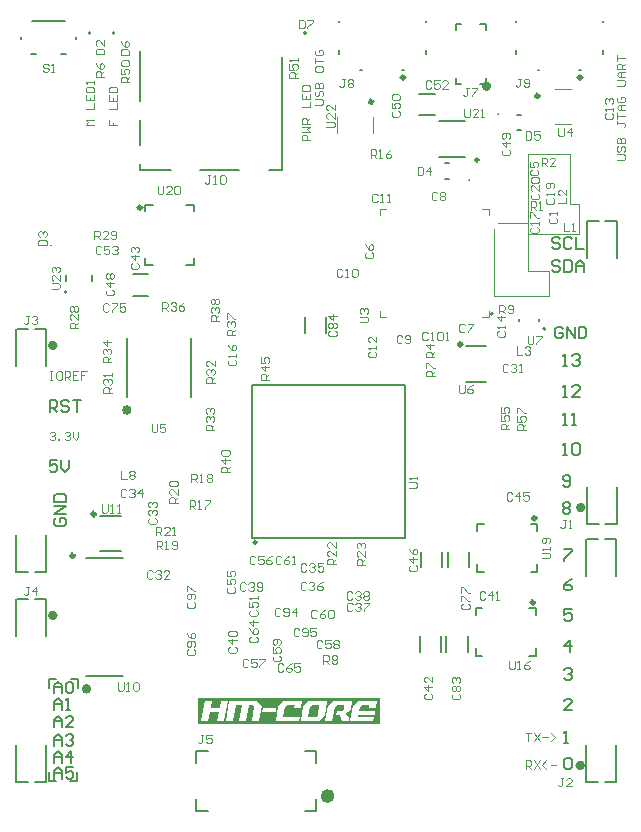
<source format=gto>
G04 Layer_Color=65535*
%FSLAX25Y25*%
%MOIN*%
G70*
G01*
G75*
%ADD10C,0.00591*%
%ADD55C,0.00394*%
%ADD56C,0.00787*%
%ADD57C,0.01181*%
%ADD61C,0.01575*%
%ADD63C,0.00472*%
%ADD69C,0.02362*%
%ADD75C,0.00984*%
G36*
X126156Y33685D02*
X65591D01*
Y42373D01*
X126156D01*
Y33685D01*
D02*
G37*
%LPC*%
G36*
X116880Y41373D02*
X110782D01*
X108817Y39704D01*
X107962Y34685D01*
X110334D01*
X111189Y39592D01*
X111759Y40070D01*
X114294D01*
X114019Y38625D01*
X113449Y38136D01*
X111780D01*
X111576Y36833D01*
X112686D01*
X113378Y34685D01*
X115719D01*
X115923Y35978D01*
X115353D01*
X115007Y37057D01*
X114498D01*
X116391Y38513D01*
X116880Y41373D01*
D02*
G37*
G36*
X85332D02*
X76017D01*
X74867Y34685D01*
X77239D01*
X78186Y40070D01*
X80120D01*
X79173Y34685D01*
X81545D01*
X82492Y40070D01*
X83958D01*
X84334Y39612D01*
X83489Y34685D01*
X85861D01*
X86727Y39673D01*
X85332Y41373D01*
D02*
G37*
G36*
X108603D02*
X102506D01*
X100541Y39704D01*
X99686Y34685D01*
X105773D01*
X107738Y36355D01*
X108603Y41373D01*
D02*
G37*
G36*
X125156D02*
X119058D01*
X117094Y39704D01*
X116238Y34685D01*
X123996D01*
X124199Y35978D01*
X118814D01*
X118987Y36833D01*
X124372D01*
X124586Y38136D01*
X119201D01*
X119465Y39592D01*
X120036Y40070D01*
X122570D01*
X122377Y38991D01*
X124749D01*
X125156Y41373D01*
D02*
G37*
G36*
X75508D02*
X73136D01*
X72750Y39215D01*
X69736D01*
X70113Y41373D01*
X67741D01*
X66590Y34685D01*
X68963D01*
X69533Y37912D01*
X72546D01*
X71976Y34685D01*
X74348D01*
X75508Y41373D01*
D02*
G37*
G36*
X91674Y39215D02*
X87144D01*
X86940Y37912D01*
X91470D01*
X91674Y39215D01*
D02*
G37*
G36*
X100327Y41373D02*
X94229D01*
X92264Y39704D01*
X91409Y34685D01*
X99167D01*
X99370Y35978D01*
X93985D01*
X94636Y39592D01*
X95206Y40070D01*
X97741D01*
X97548Y38991D01*
X99920D01*
X100327Y41373D01*
D02*
G37*
%LPD*%
G36*
X105366Y36467D02*
X104796Y35978D01*
X102261D01*
X102913Y39592D01*
X103483Y40070D01*
X106018D01*
X105366Y36467D01*
D02*
G37*
D10*
X25276Y14724D02*
Y17874D01*
X22992Y14724D02*
X25276D01*
X25630Y45709D02*
Y48858D01*
X23346D02*
X25630D01*
X15905Y45669D02*
Y48819D01*
X18189D01*
X15827Y14724D02*
X18110D01*
X15827D02*
Y17874D01*
X187112Y165603D02*
X186456Y166259D01*
X185144D01*
X184488Y165603D01*
Y162979D01*
X185144Y162323D01*
X186456D01*
X187112Y162979D01*
Y164291D01*
X185800D01*
X188424Y162323D02*
Y166259D01*
X191048Y162323D01*
Y166259D01*
X192360D02*
Y162323D01*
X194327D01*
X194983Y162979D01*
Y165603D01*
X194327Y166259D01*
X192360D01*
X187047Y123504D02*
X188359D01*
X187703D01*
Y127440D01*
X187047Y126784D01*
X190327D02*
X190983Y127440D01*
X192295D01*
X192951Y126784D01*
Y124160D01*
X192295Y123504D01*
X190983D01*
X190327Y124160D01*
Y126784D01*
X187047Y133622D02*
X188359D01*
X187703D01*
Y137558D01*
X187047Y136902D01*
X190327Y133622D02*
X191639D01*
X190983D01*
Y137558D01*
X190327Y136902D01*
X187047Y142874D02*
X188359D01*
X187703D01*
Y146810D01*
X187047Y146154D01*
X192951Y142874D02*
X190327D01*
X192951Y145498D01*
Y146154D01*
X192295Y146810D01*
X190983D01*
X190327Y146154D01*
X187047Y153268D02*
X188359D01*
X187703D01*
Y157203D01*
X187047Y156547D01*
X190327D02*
X190983Y157203D01*
X192295D01*
X192951Y156547D01*
Y155892D01*
X192295Y155236D01*
X191639D01*
X192295D01*
X192951Y154580D01*
Y153924D01*
X192295Y153268D01*
X190983D01*
X190327Y153924D01*
X187047Y113373D02*
X187703Y112717D01*
X189015D01*
X189671Y113373D01*
Y115996D01*
X189015Y116652D01*
X187703D01*
X187047Y115996D01*
Y115340D01*
X187703Y114684D01*
X189671D01*
X187047Y107099D02*
X187703Y107755D01*
X189015D01*
X189671Y107099D01*
Y106443D01*
X189015Y105787D01*
X189671Y105131D01*
Y104475D01*
X189015Y103819D01*
X187703D01*
X187047Y104475D01*
Y105131D01*
X187703Y105787D01*
X187047Y106443D01*
Y107099D01*
X187703Y105787D02*
X189015D01*
X186285Y187729D02*
X185629Y188385D01*
X184317D01*
X183661Y187729D01*
Y187073D01*
X184317Y186417D01*
X185629D01*
X186285Y185761D01*
Y185105D01*
X185629Y184449D01*
X184317D01*
X183661Y185105D01*
X187597Y188385D02*
Y184449D01*
X189565D01*
X190221Y185105D01*
Y187729D01*
X189565Y188385D01*
X187597D01*
X191533Y184449D02*
Y187073D01*
X192845Y188385D01*
X194157Y187073D01*
Y184449D01*
Y186417D01*
X191533D01*
X187520Y92007D02*
X190144D01*
Y91351D01*
X187520Y88727D01*
Y88071D01*
Y21941D02*
X188176Y22597D01*
X189488D01*
X190144Y21941D01*
Y19317D01*
X189488Y18661D01*
X188176D01*
X187520Y19317D01*
Y21941D01*
Y27559D02*
X188832D01*
X188176D01*
Y31495D01*
X187520Y30839D01*
X190144Y82243D02*
X188832Y81587D01*
X187520Y80275D01*
Y78963D01*
X188176Y78307D01*
X189488D01*
X190144Y78963D01*
Y79619D01*
X189488Y80275D01*
X187520D01*
X190144Y72046D02*
X187520D01*
Y70078D01*
X188832Y70734D01*
X189488D01*
X190144Y70078D01*
Y68766D01*
X189488Y68110D01*
X188176D01*
X187520Y68766D01*
X189488Y57717D02*
Y61652D01*
X187520Y59684D01*
X190144D01*
X187520Y51744D02*
X188176Y52400D01*
X189488D01*
X190144Y51744D01*
Y51088D01*
X189488Y50432D01*
X188832D01*
X189488D01*
X190144Y49777D01*
Y49121D01*
X189488Y48465D01*
X188176D01*
X187520Y49121D01*
X190144Y38346D02*
X187520D01*
X190144Y40970D01*
Y41626D01*
X189488Y42282D01*
X188176D01*
X187520Y41626D01*
X16024Y137953D02*
Y141888D01*
X17991D01*
X18647Y141233D01*
Y139921D01*
X17991Y139265D01*
X16024D01*
X17335D02*
X18647Y137953D01*
X22583Y141233D02*
X21927Y141888D01*
X20615D01*
X19959Y141233D01*
Y140577D01*
X20615Y139921D01*
X21927D01*
X22583Y139265D01*
Y138609D01*
X21927Y137953D01*
X20615D01*
X19959Y138609D01*
X23895Y141888D02*
X26519D01*
X25207D01*
Y137953D01*
X18647Y121731D02*
X16024D01*
Y119763D01*
X17335Y120419D01*
X17991D01*
X18647Y119763D01*
Y118451D01*
X17991Y117795D01*
X16680D01*
X16024Y118451D01*
X19959Y121731D02*
Y119107D01*
X21271Y117795D01*
X22583Y119107D01*
Y121731D01*
X18098Y102506D02*
X17442Y101850D01*
Y100538D01*
X18098Y99882D01*
X20722D01*
X21378Y100538D01*
Y101850D01*
X20722Y102506D01*
X19410D01*
Y101194D01*
X21378Y103818D02*
X17442D01*
X21378Y106441D01*
X17442D01*
Y107753D02*
X21378D01*
Y109721D01*
X20722Y110377D01*
X18098D01*
X17442Y109721D01*
Y107753D01*
X17441Y44016D02*
Y46640D01*
X18753Y47951D01*
X20065Y46640D01*
Y44016D01*
Y45984D01*
X17441D01*
X21377Y47295D02*
X22033Y47951D01*
X23345D01*
X24001Y47295D01*
Y44672D01*
X23345Y44016D01*
X22033D01*
X21377Y44672D01*
Y47295D01*
X17441Y38465D02*
Y41088D01*
X18753Y42400D01*
X20065Y41088D01*
Y38465D01*
Y40432D01*
X17441D01*
X21377Y38465D02*
X22689D01*
X22033D01*
Y42400D01*
X21377Y41744D01*
X17441Y32677D02*
Y35301D01*
X18753Y36613D01*
X20065Y35301D01*
Y32677D01*
Y34645D01*
X17441D01*
X24001Y32677D02*
X21377D01*
X24001Y35301D01*
Y35957D01*
X23345Y36613D01*
X22033D01*
X21377Y35957D01*
X17441Y26535D02*
Y29159D01*
X18753Y30471D01*
X20065Y29159D01*
Y26535D01*
Y28503D01*
X17441D01*
X21377Y29815D02*
X22033Y30471D01*
X23345D01*
X24001Y29815D01*
Y29159D01*
X23345Y28503D01*
X22689D01*
X23345D01*
X24001Y27847D01*
Y27191D01*
X23345Y26535D01*
X22033D01*
X21377Y27191D01*
X17441Y20748D02*
Y23372D01*
X18753Y24684D01*
X20065Y23372D01*
Y20748D01*
Y22716D01*
X17441D01*
X23345Y20748D02*
Y24684D01*
X21377Y22716D01*
X24001D01*
X17441Y15512D02*
Y18136D01*
X18753Y19448D01*
X20065Y18136D01*
Y15512D01*
Y17480D01*
X17441D01*
X24001Y19448D02*
X21377D01*
Y17480D01*
X22689Y18136D01*
X23345D01*
X24001Y17480D01*
Y16168D01*
X23345Y15512D01*
X22033D01*
X21377Y16168D01*
X186285Y195484D02*
X185629Y196141D01*
X184317D01*
X183661Y195484D01*
Y194828D01*
X184317Y194173D01*
X185629D01*
X186285Y193517D01*
Y192861D01*
X185629Y192205D01*
X184317D01*
X183661Y192861D01*
X190221Y195484D02*
X189565Y196141D01*
X188253D01*
X187597Y195484D01*
Y192861D01*
X188253Y192205D01*
X189565D01*
X190221Y192861D01*
X191533Y196141D02*
Y192205D01*
X194157D01*
D55*
X175512Y197008D02*
X192362D01*
Y207126D01*
X189449D02*
X192362D01*
X189449D02*
Y223780D01*
X175512D02*
X189449D01*
X175512Y197008D02*
Y223780D01*
X164055Y176457D02*
Y198858D01*
X164094Y176417D02*
X164528D01*
X164055Y176457D02*
X164094Y176417D01*
X165472Y200827D02*
X175512D01*
Y184921D02*
Y200827D01*
Y184921D02*
X182402D01*
Y176417D02*
Y184921D01*
X164528Y176417D02*
X182402D01*
X67348Y30117D02*
X66430D01*
X66889D01*
Y27821D01*
X66430Y27362D01*
X65971D01*
X65512Y27821D01*
X70104Y30117D02*
X68267D01*
Y28740D01*
X69185Y29199D01*
X69644D01*
X70104Y28740D01*
Y27821D01*
X69644Y27362D01*
X68726D01*
X68267Y27821D01*
X89213Y148622D02*
X86458D01*
Y150000D01*
X86917Y150459D01*
X87835D01*
X88294Y150000D01*
Y148622D01*
Y149540D02*
X89213Y150459D01*
Y152755D02*
X86458D01*
X87835Y151377D01*
Y153214D01*
X86458Y155969D02*
Y154132D01*
X87835D01*
X87376Y155050D01*
Y155510D01*
X87835Y155969D01*
X88753D01*
X89213Y155510D01*
Y154591D01*
X88753Y154132D01*
X142112Y164067D02*
X141653Y164527D01*
X140735D01*
X140276Y164067D01*
Y162231D01*
X140735Y161772D01*
X141653D01*
X142112Y162231D01*
X143031Y161772D02*
X143949D01*
X143490D01*
Y164527D01*
X143031Y164067D01*
X145326D02*
X145786Y164527D01*
X146704D01*
X147163Y164067D01*
Y162231D01*
X146704Y161772D01*
X145786D01*
X145326Y162231D01*
Y164067D01*
X148082Y161772D02*
X149000D01*
X148541D01*
Y164527D01*
X148082Y164067D01*
X174737Y131866D02*
X171982D01*
Y133243D01*
X172441Y133702D01*
X173360D01*
X173819Y133243D01*
Y131866D01*
Y132784D02*
X174737Y133702D01*
X171982Y136457D02*
Y134621D01*
X173360D01*
X172900Y135539D01*
Y135998D01*
X173360Y136457D01*
X174278D01*
X174737Y135998D01*
Y135080D01*
X174278Y134621D01*
X171982Y137376D02*
Y139212D01*
X172441D01*
X174278Y137376D01*
X174737D01*
X169213Y132047D02*
X166458D01*
Y133425D01*
X166917Y133884D01*
X167835D01*
X168294Y133425D01*
Y132047D01*
Y132966D02*
X169213Y133884D01*
X166458Y136639D02*
Y134802D01*
X167835D01*
X167376Y135721D01*
Y136180D01*
X167835Y136639D01*
X168753D01*
X169213Y136180D01*
Y135261D01*
X168753Y134802D01*
X166458Y139394D02*
Y137557D01*
X167835D01*
X167376Y138476D01*
Y138935D01*
X167835Y139394D01*
X168753D01*
X169213Y138935D01*
Y138016D01*
X168753Y137557D01*
X98740Y249213D02*
X95985D01*
Y250590D01*
X96444Y251049D01*
X97363D01*
X97822Y250590D01*
Y249213D01*
Y250131D02*
X98740Y251049D01*
X95985Y253804D02*
Y251968D01*
X97363D01*
X96904Y252886D01*
Y253345D01*
X97363Y253804D01*
X98281D01*
X98740Y253345D01*
Y252427D01*
X98281Y251968D01*
X98740Y254723D02*
Y255641D01*
Y255182D01*
X95985D01*
X96444Y254723D01*
X42677Y247638D02*
X39922D01*
Y249015D01*
X40381Y249475D01*
X41300D01*
X41759Y249015D01*
Y247638D01*
Y248556D02*
X42677Y249475D01*
X39922Y252229D02*
Y250393D01*
X41300D01*
X40841Y251311D01*
Y251770D01*
X41300Y252229D01*
X42218D01*
X42677Y251770D01*
Y250852D01*
X42218Y250393D01*
X40381Y253148D02*
X39922Y253607D01*
Y254525D01*
X40381Y254984D01*
X42218D01*
X42677Y254525D01*
Y253607D01*
X42218Y253148D01*
X40381D01*
X99213Y268424D02*
Y265669D01*
X100590D01*
X101049Y266128D01*
Y267965D01*
X100590Y268424D01*
X99213D01*
X101968D02*
X103804D01*
Y267965D01*
X101968Y266128D01*
Y265669D01*
X39686Y256811D02*
X42441D01*
Y258189D01*
X41982Y258648D01*
X40145D01*
X39686Y258189D01*
Y256811D01*
Y261403D02*
X40145Y260484D01*
X41063Y259566D01*
X41982D01*
X42441Y260025D01*
Y260944D01*
X41982Y261403D01*
X41523D01*
X41063Y260944D01*
Y259566D01*
X138740Y219448D02*
Y216693D01*
X140118D01*
X140577Y217152D01*
Y218989D01*
X140118Y219448D01*
X138740D01*
X142873Y216693D02*
Y219448D01*
X141495Y218070D01*
X143332D01*
X62310Y74435D02*
X61851Y73976D01*
Y73058D01*
X62310Y72598D01*
X64147D01*
X64606Y73058D01*
Y73976D01*
X64147Y74435D01*
Y75353D02*
X64606Y75813D01*
Y76731D01*
X64147Y77190D01*
X62310D01*
X61851Y76731D01*
Y75813D01*
X62310Y75353D01*
X62770D01*
X63229Y75813D01*
Y77190D01*
X61851Y78109D02*
Y79945D01*
X62310D01*
X64147Y78109D01*
X64606D01*
X62300Y58648D02*
X61840Y58188D01*
Y57270D01*
X62300Y56811D01*
X64136D01*
X64595Y57270D01*
Y58188D01*
X64136Y58648D01*
Y59566D02*
X64595Y60025D01*
Y60944D01*
X64136Y61403D01*
X62300D01*
X61840Y60944D01*
Y60025D01*
X62300Y59566D01*
X62759D01*
X63218Y60025D01*
Y61403D01*
X61840Y64158D02*
X62300Y63239D01*
X63218Y62321D01*
X64136D01*
X64595Y62780D01*
Y63699D01*
X64136Y64158D01*
X63677D01*
X63218Y63699D01*
Y62321D01*
X99278Y65288D02*
X98818Y65747D01*
X97900D01*
X97441Y65288D01*
Y63451D01*
X97900Y62992D01*
X98818D01*
X99278Y63451D01*
X100196D02*
X100655Y62992D01*
X101574D01*
X102033Y63451D01*
Y65288D01*
X101574Y65747D01*
X100655D01*
X100196Y65288D01*
Y64829D01*
X100655Y64370D01*
X102033D01*
X104788Y65747D02*
X102951D01*
Y64370D01*
X103869Y64829D01*
X104329D01*
X104788Y64370D01*
Y63451D01*
X104329Y62992D01*
X103410D01*
X102951Y63451D01*
X93018Y72060D02*
X92559Y72519D01*
X91640D01*
X91181Y72060D01*
Y70223D01*
X91640Y69764D01*
X92559D01*
X93018Y70223D01*
X93936D02*
X94395Y69764D01*
X95314D01*
X95773Y70223D01*
Y72060D01*
X95314Y72519D01*
X94395D01*
X93936Y72060D01*
Y71601D01*
X94395Y71141D01*
X95773D01*
X98069Y69764D02*
Y72519D01*
X96691Y71141D01*
X98528D01*
X173215Y248936D02*
X172296D01*
X172756D01*
Y246640D01*
X172296Y246181D01*
X171837D01*
X171378Y246640D01*
X174133D02*
X174592Y246181D01*
X175511D01*
X175970Y246640D01*
Y248477D01*
X175511Y248936D01*
X174592D01*
X174133Y248477D01*
Y248018D01*
X174592Y247559D01*
X175970D01*
X121181Y86850D02*
X118426D01*
Y88228D01*
X118885Y88687D01*
X119804D01*
X120263Y88228D01*
Y86850D01*
Y87769D02*
X121181Y88687D01*
Y91442D02*
Y89605D01*
X119344Y91442D01*
X118885D01*
X118426Y90983D01*
Y90065D01*
X118885Y89605D01*
Y92360D02*
X118426Y92820D01*
Y93738D01*
X118885Y94197D01*
X119344D01*
X119804Y93738D01*
Y93279D01*
Y93738D01*
X120263Y94197D01*
X120722D01*
X121181Y93738D01*
Y92820D01*
X120722Y92360D01*
X111417Y87008D02*
X108662D01*
Y88385D01*
X109122Y88845D01*
X110040D01*
X110499Y88385D01*
Y87008D01*
Y87926D02*
X111417Y88845D01*
Y91600D02*
Y89763D01*
X109581Y91600D01*
X109122D01*
X108662Y91140D01*
Y90222D01*
X109122Y89763D01*
X111417Y94355D02*
Y92518D01*
X109581Y94355D01*
X109122D01*
X108662Y93895D01*
Y92977D01*
X109122Y92518D01*
X15695Y253477D02*
X15236Y253936D01*
X14317D01*
X13858Y253477D01*
Y253018D01*
X14317Y252559D01*
X15236D01*
X15695Y252099D01*
Y251640D01*
X15236Y251181D01*
X14317D01*
X13858Y251640D01*
X16613Y251181D02*
X17532D01*
X17073D01*
Y253936D01*
X16613Y253477D01*
X16694Y178858D02*
X18990D01*
X19449Y179317D01*
Y180236D01*
X18990Y180695D01*
X16694D01*
X19449Y183450D02*
Y181613D01*
X17612Y183450D01*
X17153D01*
X16694Y182991D01*
Y182072D01*
X17153Y181613D01*
Y184368D02*
X16694Y184827D01*
Y185746D01*
X17153Y186205D01*
X17612D01*
X18071Y185746D01*
Y185287D01*
Y185746D01*
X18530Y186205D01*
X18990D01*
X19449Y185746D01*
Y184827D01*
X18990Y184368D01*
X108269Y232795D02*
X110564D01*
X111024Y233254D01*
Y234173D01*
X110564Y234632D01*
X108269D01*
X111024Y237387D02*
Y235550D01*
X109187Y237387D01*
X108728D01*
X108269Y236928D01*
Y236010D01*
X108728Y235550D01*
X111024Y240142D02*
Y238305D01*
X109187Y240142D01*
X108728D01*
X108269Y239683D01*
Y238765D01*
X108728Y238305D01*
X154331Y238897D02*
Y236601D01*
X154790Y236142D01*
X155708D01*
X156167Y236601D01*
Y238897D01*
X158922Y236142D02*
X157086D01*
X158922Y237978D01*
Y238438D01*
X158463Y238897D01*
X157545D01*
X157086Y238438D01*
X159841Y236142D02*
X160759D01*
X160300D01*
Y238897D01*
X159841Y238438D01*
X52165Y213188D02*
Y210892D01*
X52624Y210433D01*
X53543D01*
X54002Y210892D01*
Y213188D01*
X56757Y210433D02*
X54920D01*
X56757Y212270D01*
Y212729D01*
X56298Y213188D01*
X55379D01*
X54920Y212729D01*
X57675D02*
X58135Y213188D01*
X59053D01*
X59512Y212729D01*
Y210892D01*
X59053Y210433D01*
X58135D01*
X57675Y210892D01*
Y212729D01*
X180080Y89016D02*
X182376D01*
X182835Y89475D01*
Y90393D01*
X182376Y90852D01*
X180080D01*
X182835Y91771D02*
Y92689D01*
Y92230D01*
X180080D01*
X180539Y91771D01*
X182376Y94067D02*
X182835Y94526D01*
Y95444D01*
X182376Y95903D01*
X180539D01*
X180080Y95444D01*
Y94526D01*
X180539Y94067D01*
X180998D01*
X181457Y94526D01*
Y95903D01*
X169252Y54763D02*
Y52467D01*
X169711Y52008D01*
X170630D01*
X171089Y52467D01*
Y54763D01*
X172007Y52008D02*
X172925D01*
X172466D01*
Y54763D01*
X172007Y54304D01*
X176139Y54763D02*
X175221Y54304D01*
X174303Y53385D01*
Y52467D01*
X174762Y52008D01*
X175680D01*
X176139Y52467D01*
Y52926D01*
X175680Y53385D01*
X174303D01*
X30984Y195433D02*
Y198188D01*
X32362D01*
X32821Y197729D01*
Y196811D01*
X32362Y196351D01*
X30984D01*
X31903D02*
X32821Y195433D01*
X35576D02*
X33739D01*
X35576Y197270D01*
Y197729D01*
X35117Y198188D01*
X34198D01*
X33739Y197729D01*
X36494Y195892D02*
X36953Y195433D01*
X37872D01*
X38331Y195892D01*
Y197729D01*
X37872Y198188D01*
X36953D01*
X36494Y197729D01*
Y197270D01*
X36953Y196811D01*
X38331D01*
X25512Y165787D02*
X22757D01*
Y167165D01*
X23216Y167624D01*
X24134D01*
X24593Y167165D01*
Y165787D01*
Y166706D02*
X25512Y167624D01*
Y170379D02*
Y168542D01*
X23675Y170379D01*
X23216D01*
X22757Y169920D01*
Y169002D01*
X23216Y168542D01*
Y171297D02*
X22757Y171757D01*
Y172675D01*
X23216Y173134D01*
X23675D01*
X24134Y172675D01*
X24593Y173134D01*
X25053D01*
X25512Y172675D01*
Y171757D01*
X25053Y171297D01*
X24593D01*
X24134Y171757D01*
X23675Y171297D01*
X23216D01*
X24134Y171757D02*
Y172675D01*
X155774Y245865D02*
X154855D01*
X155315D01*
Y243569D01*
X154855Y243110D01*
X154396D01*
X153937Y243569D01*
X156692Y245865D02*
X158529D01*
Y245406D01*
X156692Y243569D01*
Y243110D01*
X12324Y193465D02*
X15079D01*
Y194842D01*
X14620Y195301D01*
X12783D01*
X12324Y194842D01*
Y193465D01*
X12783Y196220D02*
X12324Y196679D01*
Y197597D01*
X12783Y198056D01*
X13242D01*
X13701Y197597D01*
Y197138D01*
Y197597D01*
X14160Y198056D01*
X14620D01*
X15079Y197597D01*
Y196679D01*
X14620Y196220D01*
X33215Y192650D02*
X32756Y193109D01*
X31837D01*
X31378Y192650D01*
Y190814D01*
X31837Y190354D01*
X32756D01*
X33215Y190814D01*
X35970Y193109D02*
X34133D01*
Y191732D01*
X35051Y192191D01*
X35511D01*
X35970Y191732D01*
Y190814D01*
X35511Y190354D01*
X34592D01*
X34133Y190814D01*
X36888Y192650D02*
X37347Y193109D01*
X38265D01*
X38725Y192650D01*
Y192191D01*
X38265Y191732D01*
X37806D01*
X38265D01*
X38725Y191273D01*
Y190814D01*
X38265Y190354D01*
X37347D01*
X36888Y190814D01*
X143293Y247886D02*
X142834Y248346D01*
X141916D01*
X141457Y247886D01*
Y246050D01*
X141916Y245590D01*
X142834D01*
X143293Y246050D01*
X146048Y248346D02*
X144212D01*
Y246968D01*
X145130Y247427D01*
X145589D01*
X146048Y246968D01*
Y246050D01*
X145589Y245590D01*
X144671D01*
X144212Y246050D01*
X148803Y245590D02*
X146967D01*
X148803Y247427D01*
Y247886D01*
X148344Y248346D01*
X147426D01*
X146967Y247886D01*
X130499Y238136D02*
X130040Y237677D01*
Y236758D01*
X130499Y236299D01*
X132336D01*
X132795Y236758D01*
Y237677D01*
X132336Y238136D01*
X130040Y240891D02*
Y239054D01*
X131418D01*
X130959Y239973D01*
Y240432D01*
X131418Y240891D01*
X132336D01*
X132795Y240432D01*
Y239513D01*
X132336Y239054D01*
X130499Y241809D02*
X130040Y242268D01*
Y243187D01*
X130499Y243646D01*
X132336D01*
X132795Y243187D01*
Y242268D01*
X132336Y241809D01*
X130499D01*
X167192Y225183D02*
X166733Y224724D01*
Y223806D01*
X167192Y223346D01*
X169029D01*
X169488Y223806D01*
Y224724D01*
X169029Y225183D01*
X169488Y227479D02*
X166733D01*
X168111Y226101D01*
Y227938D01*
X169029Y228856D02*
X169488Y229316D01*
Y230234D01*
X169029Y230693D01*
X167192D01*
X166733Y230234D01*
Y229316D01*
X167192Y228856D01*
X167651D01*
X168111Y229316D01*
Y230693D01*
X35145Y178530D02*
X34686Y178070D01*
Y177152D01*
X35145Y176693D01*
X36982D01*
X37441Y177152D01*
Y178070D01*
X36982Y178530D01*
X37441Y180825D02*
X34686D01*
X36063Y179448D01*
Y181285D01*
X35145Y182203D02*
X34686Y182662D01*
Y183581D01*
X35145Y184040D01*
X35604D01*
X36063Y183581D01*
X36523Y184040D01*
X36982D01*
X37441Y183581D01*
Y182662D01*
X36982Y182203D01*
X36523D01*
X36063Y182662D01*
X35604Y182203D01*
X35145D01*
X36063Y182662D02*
Y183581D01*
X136366Y86640D02*
X135906Y86181D01*
Y85262D01*
X136366Y84803D01*
X138202D01*
X138661Y85262D01*
Y86181D01*
X138202Y86640D01*
X138661Y88936D02*
X135906D01*
X137284Y87558D01*
Y89395D01*
X135906Y92150D02*
X136366Y91232D01*
X137284Y90313D01*
X138202D01*
X138661Y90772D01*
Y91691D01*
X138202Y92150D01*
X137743D01*
X137284Y91691D01*
Y90313D01*
X170222Y110564D02*
X169763Y111023D01*
X168845D01*
X168386Y110564D01*
Y108727D01*
X168845Y108268D01*
X169763D01*
X170222Y108727D01*
X172518Y108268D02*
Y111023D01*
X171141Y109645D01*
X172977D01*
X175733Y111023D02*
X173896D01*
Y109645D01*
X174814Y110104D01*
X175273D01*
X175733Y109645D01*
Y108727D01*
X175273Y108268D01*
X174355D01*
X173896Y108727D01*
X43492Y187427D02*
X43032Y186968D01*
Y186050D01*
X43492Y185591D01*
X45328D01*
X45787Y186050D01*
Y186968D01*
X45328Y187427D01*
X45787Y189723D02*
X43032D01*
X44410Y188346D01*
Y190182D01*
X43492Y191101D02*
X43032Y191560D01*
Y192478D01*
X43492Y192937D01*
X43951D01*
X44410Y192478D01*
Y192019D01*
Y192478D01*
X44869Y192937D01*
X45328D01*
X45787Y192478D01*
Y191560D01*
X45328Y191101D01*
X141366Y43963D02*
X140906Y43503D01*
Y42585D01*
X141366Y42126D01*
X143202D01*
X143661Y42585D01*
Y43503D01*
X143202Y43963D01*
X143661Y46259D02*
X140906D01*
X142284Y44881D01*
Y46718D01*
X143661Y49473D02*
Y47636D01*
X141825Y49473D01*
X141366D01*
X140906Y49014D01*
Y48095D01*
X141366Y47636D01*
X161207Y77571D02*
X160748Y78031D01*
X159829D01*
X159370Y77571D01*
Y75735D01*
X159829Y75276D01*
X160748D01*
X161207Y75735D01*
X163503Y75276D02*
Y78031D01*
X162125Y76653D01*
X163962D01*
X164880Y75276D02*
X165798D01*
X165339D01*
Y78031D01*
X164880Y77571D01*
X33543Y107046D02*
Y104751D01*
X34003Y104291D01*
X34921D01*
X35380Y104751D01*
Y107046D01*
X36298Y104291D02*
X37217D01*
X36757D01*
Y107046D01*
X36298Y106587D01*
X38594Y104291D02*
X39513D01*
X39053D01*
Y107046D01*
X38594Y106587D01*
X38858Y47716D02*
Y45420D01*
X39317Y44961D01*
X40236D01*
X40695Y45420D01*
Y47716D01*
X41613Y44961D02*
X42532D01*
X42072D01*
Y47716D01*
X41613Y47256D01*
X43909D02*
X44368Y47716D01*
X45287D01*
X45746Y47256D01*
Y45420D01*
X45287Y44961D01*
X44368D01*
X43909Y45420D01*
Y47256D01*
X51496Y96732D02*
Y99487D01*
X52874D01*
X53333Y99028D01*
Y98110D01*
X52874Y97651D01*
X51496D01*
X52414D02*
X53333Y96732D01*
X56088D02*
X54251D01*
X56088Y98569D01*
Y99028D01*
X55629Y99487D01*
X54710D01*
X54251Y99028D01*
X57006Y96732D02*
X57924D01*
X57465D01*
Y99487D01*
X57006Y99028D01*
X58701Y107480D02*
X55946D01*
Y108858D01*
X56405Y109317D01*
X57323D01*
X57782Y108858D01*
Y107480D01*
Y108399D02*
X58701Y109317D01*
Y112072D02*
Y110235D01*
X56864Y112072D01*
X56405D01*
X55946Y111613D01*
Y110695D01*
X56405Y110235D01*
Y112990D02*
X55946Y113450D01*
Y114368D01*
X56405Y114827D01*
X58242D01*
X58701Y114368D01*
Y113450D01*
X58242Y112990D01*
X56405D01*
X51693Y92126D02*
Y94881D01*
X53070D01*
X53530Y94422D01*
Y93503D01*
X53070Y93044D01*
X51693D01*
X52611D02*
X53530Y92126D01*
X54448D02*
X55366D01*
X54907D01*
Y94881D01*
X54448Y94422D01*
X56744Y92585D02*
X57203Y92126D01*
X58121D01*
X58580Y92585D01*
Y94422D01*
X58121Y94881D01*
X57203D01*
X56744Y94422D01*
Y93963D01*
X57203Y93503D01*
X58580D01*
X39882Y118267D02*
Y115512D01*
X41719D01*
X42637Y117808D02*
X43096Y118267D01*
X44014D01*
X44474Y117808D01*
Y117349D01*
X44014Y116889D01*
X44474Y116430D01*
Y115971D01*
X44014Y115512D01*
X43096D01*
X42637Y115971D01*
Y116430D01*
X43096Y116889D01*
X42637Y117349D01*
Y117808D01*
X43096Y116889D02*
X44014D01*
X41640Y111745D02*
X41181Y112204D01*
X40262D01*
X39803Y111745D01*
Y109908D01*
X40262Y109449D01*
X41181D01*
X41640Y109908D01*
X42558Y111745D02*
X43017Y112204D01*
X43936D01*
X44395Y111745D01*
Y111285D01*
X43936Y110826D01*
X43477D01*
X43936D01*
X44395Y110367D01*
Y109908D01*
X43936Y109449D01*
X43017D01*
X42558Y109908D01*
X46691Y109449D02*
Y112204D01*
X45313Y110826D01*
X47150D01*
X49397Y102388D02*
X48938Y101929D01*
Y101010D01*
X49397Y100551D01*
X51234D01*
X51693Y101010D01*
Y101929D01*
X51234Y102388D01*
X49397Y103306D02*
X48938Y103765D01*
Y104684D01*
X49397Y105143D01*
X49856D01*
X50315Y104684D01*
Y104225D01*
Y104684D01*
X50775Y105143D01*
X51234D01*
X51693Y104684D01*
Y103765D01*
X51234Y103306D01*
X49397Y106061D02*
X48938Y106520D01*
Y107439D01*
X49397Y107898D01*
X49856D01*
X50315Y107439D01*
Y106980D01*
Y107439D01*
X50775Y107898D01*
X51234D01*
X51693Y107439D01*
Y106520D01*
X51234Y106061D01*
X50419Y84579D02*
X49960Y85039D01*
X49042D01*
X48583Y84579D01*
Y82743D01*
X49042Y82284D01*
X49960D01*
X50419Y82743D01*
X51338Y84579D02*
X51797Y85039D01*
X52715D01*
X53174Y84579D01*
Y84120D01*
X52715Y83661D01*
X52256D01*
X52715D01*
X53174Y83202D01*
Y82743D01*
X52715Y82284D01*
X51797D01*
X51338Y82743D01*
X55929Y82284D02*
X54093D01*
X55929Y84120D01*
Y84579D01*
X55470Y85039D01*
X54552D01*
X54093Y84579D01*
X168923Y153359D02*
X168464Y153818D01*
X167546D01*
X167087Y153359D01*
Y151522D01*
X167546Y151063D01*
X168464D01*
X168923Y151522D01*
X169842Y153359D02*
X170301Y153818D01*
X171219D01*
X171678Y153359D01*
Y152900D01*
X171219Y152441D01*
X170760D01*
X171219D01*
X171678Y151981D01*
Y151522D01*
X171219Y151063D01*
X170301D01*
X169842Y151522D01*
X172597Y151063D02*
X173515D01*
X173056D01*
Y153818D01*
X172597Y153359D01*
X63307Y114409D02*
Y117165D01*
X64685D01*
X65144Y116705D01*
Y115787D01*
X64685Y115328D01*
X63307D01*
X64225D02*
X65144Y114409D01*
X66062D02*
X66980D01*
X66521D01*
Y117165D01*
X66062Y116705D01*
X68358D02*
X68817Y117165D01*
X69735D01*
X70195Y116705D01*
Y116246D01*
X69735Y115787D01*
X70195Y115328D01*
Y114869D01*
X69735Y114409D01*
X68817D01*
X68358Y114869D01*
Y115328D01*
X68817Y115787D01*
X68358Y116246D01*
Y116705D01*
X68817Y115787D02*
X69735D01*
X62756Y105551D02*
Y108306D01*
X64133D01*
X64593Y107847D01*
Y106929D01*
X64133Y106470D01*
X62756D01*
X63674D02*
X64593Y105551D01*
X65511D02*
X66429D01*
X65970D01*
Y108306D01*
X65511Y107847D01*
X67807Y108306D02*
X69643D01*
Y107847D01*
X67807Y106010D01*
Y105551D01*
X123110Y222559D02*
Y225314D01*
X124488D01*
X124947Y224855D01*
Y223937D01*
X124488Y223477D01*
X123110D01*
X124029D02*
X124947Y222559D01*
X125865D02*
X126784D01*
X126324D01*
Y225314D01*
X125865Y224855D01*
X129998Y225314D02*
X129079Y224855D01*
X128161Y223937D01*
Y223018D01*
X128620Y222559D01*
X129539D01*
X129998Y223018D01*
Y223477D01*
X129539Y223937D01*
X128161D01*
X135906Y112559D02*
X138202D01*
X138661Y113018D01*
Y113937D01*
X138202Y114396D01*
X135906D01*
X138661Y115314D02*
Y116232D01*
Y115773D01*
X135906D01*
X136366Y115314D01*
X69671Y216692D02*
X68753D01*
X69212D01*
Y214396D01*
X68753Y213937D01*
X68294D01*
X67835Y214396D01*
X70590Y213937D02*
X71508D01*
X71049D01*
Y216692D01*
X70590Y216233D01*
X72886D02*
X73345Y216692D01*
X74263D01*
X74722Y216233D01*
Y214396D01*
X74263Y213937D01*
X73345D01*
X72886Y214396D01*
Y216233D01*
X114514Y248739D02*
X113595D01*
X114055D01*
Y246443D01*
X113595Y245984D01*
X113136D01*
X112677Y246443D01*
X115432Y248280D02*
X115891Y248739D01*
X116810D01*
X117269Y248280D01*
Y247821D01*
X116810Y247362D01*
X117269Y246903D01*
Y246443D01*
X116810Y245984D01*
X115891D01*
X115432Y246443D01*
Y246903D01*
X115891Y247362D01*
X115432Y247821D01*
Y248280D01*
X115891Y247362D02*
X116810D01*
X50039Y133779D02*
Y131483D01*
X50498Y131024D01*
X51417D01*
X51876Y131483D01*
Y133779D01*
X54631D02*
X52794D01*
Y132401D01*
X53713Y132860D01*
X54172D01*
X54631Y132401D01*
Y131483D01*
X54172Y131024D01*
X53254D01*
X52794Y131483D01*
X182901Y202624D02*
X182442Y202165D01*
Y201247D01*
X182901Y200787D01*
X184738D01*
X185197Y201247D01*
Y202165D01*
X184738Y202624D01*
X185197Y203542D02*
Y204461D01*
Y204002D01*
X182442D01*
X182901Y203542D01*
X176759Y199356D02*
X176300Y198897D01*
Y197979D01*
X176759Y197520D01*
X178596D01*
X179055Y197979D01*
Y198897D01*
X178596Y199356D01*
X179055Y200275D02*
Y201193D01*
Y200734D01*
X176300D01*
X176759Y200275D01*
X176300Y202571D02*
Y204407D01*
X176759D01*
X178596Y202571D01*
X179055D01*
X181956Y209120D02*
X181497Y208661D01*
Y207743D01*
X181956Y207283D01*
X183793D01*
X184252Y207743D01*
Y208661D01*
X183793Y209120D01*
X184252Y210038D02*
Y210957D01*
Y210498D01*
X181497D01*
X181956Y210038D01*
X183793Y212334D02*
X184252Y212793D01*
Y213712D01*
X183793Y214171D01*
X181956D01*
X181497Y213712D01*
Y212793D01*
X181956Y212334D01*
X182415D01*
X182875Y212793D01*
Y214171D01*
X176877Y210577D02*
X176418Y210118D01*
Y209199D01*
X176877Y208740D01*
X178714D01*
X179173Y209199D01*
Y210118D01*
X178714Y210577D01*
X179173Y213332D02*
Y211495D01*
X177337Y213332D01*
X176877D01*
X176418Y212873D01*
Y211954D01*
X176877Y211495D01*
Y214250D02*
X176418Y214709D01*
Y215628D01*
X176877Y216087D01*
X178714D01*
X179173Y215628D01*
Y214709D01*
X178714Y214250D01*
X176877D01*
X176720Y218530D02*
X176261Y218070D01*
Y217152D01*
X176720Y216693D01*
X178557D01*
X179016Y217152D01*
Y218070D01*
X178557Y218530D01*
X176261Y221285D02*
Y219448D01*
X177638D01*
X177179Y220366D01*
Y220825D01*
X177638Y221285D01*
X178557D01*
X179016Y220825D01*
Y219907D01*
X178557Y219448D01*
X121720Y190971D02*
X121261Y190511D01*
Y189593D01*
X121720Y189134D01*
X123557D01*
X124016Y189593D01*
Y190511D01*
X123557Y190971D01*
X121261Y193726D02*
X121720Y192807D01*
X122638Y191889D01*
X123557D01*
X124016Y192348D01*
Y193266D01*
X123557Y193726D01*
X123097D01*
X122638Y193266D01*
Y191889D01*
X154514Y166705D02*
X154055Y167165D01*
X153136D01*
X152677Y166705D01*
Y164869D01*
X153136Y164409D01*
X154055D01*
X154514Y164869D01*
X155432Y167165D02*
X157269D01*
Y166705D01*
X155432Y164869D01*
Y164409D01*
X145262Y210682D02*
X144803Y211141D01*
X143884D01*
X143425Y210682D01*
Y208845D01*
X143884Y208386D01*
X144803D01*
X145262Y208845D01*
X146180Y210682D02*
X146639Y211141D01*
X147558D01*
X148017Y210682D01*
Y210223D01*
X147558Y209763D01*
X148017Y209304D01*
Y208845D01*
X147558Y208386D01*
X146639D01*
X146180Y208845D01*
Y209304D01*
X146639Y209763D01*
X146180Y210223D01*
Y210682D01*
X146639Y209763D02*
X147558D01*
X133569Y162965D02*
X133110Y163424D01*
X132192D01*
X131732Y162965D01*
Y161128D01*
X132192Y160669D01*
X133110D01*
X133569Y161128D01*
X134487D02*
X134947Y160669D01*
X135865D01*
X136324Y161128D01*
Y162965D01*
X135865Y163424D01*
X134947D01*
X134487Y162965D01*
Y162506D01*
X134947Y162047D01*
X136324D01*
X113648Y185170D02*
X113189Y185629D01*
X112270D01*
X111811Y185170D01*
Y183333D01*
X112270Y182874D01*
X113189D01*
X113648Y183333D01*
X114566Y182874D02*
X115484D01*
X115025D01*
Y185629D01*
X114566Y185170D01*
X116862D02*
X117321Y185629D01*
X118239D01*
X118699Y185170D01*
Y183333D01*
X118239Y182874D01*
X117321D01*
X116862Y183333D01*
Y185170D01*
X125380Y210052D02*
X124921Y210511D01*
X124003D01*
X123543Y210052D01*
Y208215D01*
X124003Y207756D01*
X124921D01*
X125380Y208215D01*
X126298Y207756D02*
X127217D01*
X126758D01*
Y210511D01*
X126298Y210052D01*
X128594Y207756D02*
X129513D01*
X129053D01*
Y210511D01*
X128594Y210052D01*
X122704Y157821D02*
X122245Y157362D01*
Y156443D01*
X122704Y155984D01*
X124541D01*
X125000Y156443D01*
Y157362D01*
X124541Y157821D01*
X125000Y158739D02*
Y159658D01*
Y159198D01*
X122245D01*
X122704Y158739D01*
X125000Y162872D02*
Y161035D01*
X123163Y162872D01*
X122704D01*
X122245Y162413D01*
Y161494D01*
X122704Y161035D01*
X201523Y237349D02*
X201064Y236889D01*
Y235971D01*
X201523Y235512D01*
X203360D01*
X203819Y235971D01*
Y236889D01*
X203360Y237349D01*
X203819Y238267D02*
Y239185D01*
Y238726D01*
X201064D01*
X201523Y238267D01*
Y240563D02*
X201064Y241022D01*
Y241940D01*
X201523Y242399D01*
X201982D01*
X202441Y241940D01*
Y241481D01*
Y241940D01*
X202901Y242399D01*
X203360D01*
X203819Y241940D01*
Y241022D01*
X203360Y240563D01*
X165696Y164789D02*
X165237Y164330D01*
Y163412D01*
X165696Y162953D01*
X167533D01*
X167992Y163412D01*
Y164330D01*
X167533Y164789D01*
X167992Y165708D02*
Y166626D01*
Y166167D01*
X165237D01*
X165696Y165708D01*
X167992Y169381D02*
X165237D01*
X166615Y168004D01*
Y169840D01*
X31536Y257047D02*
X34291D01*
Y258425D01*
X33832Y258884D01*
X31995D01*
X31536Y258425D01*
Y257047D01*
X34291Y261639D02*
Y259802D01*
X32455Y261639D01*
X31995D01*
X31536Y261180D01*
Y260261D01*
X31995Y259802D01*
X187402Y200826D02*
Y198071D01*
X189238D01*
X190157D02*
X191075D01*
X190616D01*
Y200826D01*
X190157Y200367D01*
X185591Y207362D02*
X188347D01*
Y209199D01*
Y211954D02*
Y210117D01*
X186510Y211954D01*
X186051D01*
X185591Y211495D01*
Y210576D01*
X186051Y210117D01*
X171732Y159684D02*
Y156929D01*
X173569D01*
X174487Y159225D02*
X174946Y159684D01*
X175865D01*
X176324Y159225D01*
Y158766D01*
X175865Y158307D01*
X175406D01*
X175865D01*
X176324Y157847D01*
Y157388D01*
X175865Y156929D01*
X174946D01*
X174487Y157388D01*
X176378Y205236D02*
Y207991D01*
X177755D01*
X178215Y207532D01*
Y206614D01*
X177755Y206155D01*
X176378D01*
X177296D02*
X178215Y205236D01*
X179133D02*
X180051D01*
X179592D01*
Y207991D01*
X179133Y207532D01*
X180039Y219803D02*
Y222558D01*
X181417D01*
X181876Y222099D01*
Y221181D01*
X181417Y220722D01*
X180039D01*
X180958D02*
X181876Y219803D01*
X184631D02*
X182794D01*
X184631Y221640D01*
Y222099D01*
X184172Y222558D01*
X183254D01*
X182794Y222099D01*
X144291Y156024D02*
X141536D01*
Y157401D01*
X141996Y157860D01*
X142914D01*
X143373Y157401D01*
Y156024D01*
Y156942D02*
X144291Y157860D01*
Y160156D02*
X141536D01*
X142914Y158779D01*
Y160615D01*
X34134Y249488D02*
X31379D01*
Y250866D01*
X31838Y251325D01*
X32756D01*
X33215Y250866D01*
Y249488D01*
Y250407D02*
X34134Y251325D01*
X31379Y254080D02*
X31838Y253162D01*
X32756Y252243D01*
X33675D01*
X34134Y252702D01*
Y253621D01*
X33675Y254080D01*
X33215D01*
X32756Y253621D01*
Y252243D01*
X144370Y149685D02*
X141615D01*
Y151063D01*
X142074Y151522D01*
X142993D01*
X143452Y151063D01*
Y149685D01*
Y150603D02*
X144370Y151522D01*
X141615Y152440D02*
Y154277D01*
X142074D01*
X143911Y152440D01*
X144370D01*
X165945Y170669D02*
Y173424D01*
X167322D01*
X167782Y172965D01*
Y172047D01*
X167322Y171588D01*
X165945D01*
X166863D02*
X167782Y170669D01*
X168700Y171128D02*
X169159Y170669D01*
X170077D01*
X170537Y171128D01*
Y172965D01*
X170077Y173424D01*
X169159D01*
X168700Y172965D01*
Y172506D01*
X169159Y172047D01*
X170537D01*
X119489Y167795D02*
X121785D01*
X122244Y168254D01*
Y169173D01*
X121785Y169632D01*
X119489D01*
X119948Y170550D02*
X119489Y171010D01*
Y171928D01*
X119948Y172387D01*
X120407D01*
X120867Y171928D01*
Y171469D01*
Y171928D01*
X121326Y172387D01*
X121785D01*
X122244Y171928D01*
Y171010D01*
X121785Y170550D01*
X185669Y232558D02*
Y230262D01*
X186128Y229803D01*
X187047D01*
X187506Y230262D01*
Y232558D01*
X189802Y229803D02*
Y232558D01*
X188424Y231181D01*
X190261D01*
X152520Y146889D02*
Y144593D01*
X152979Y144134D01*
X153897D01*
X154356Y144593D01*
Y146889D01*
X157111D02*
X156193Y146430D01*
X155275Y145511D01*
Y144593D01*
X155734Y144134D01*
X156652D01*
X157111Y144593D01*
Y145052D01*
X156652Y145511D01*
X155275D01*
X175472Y163227D02*
Y160932D01*
X175932Y160472D01*
X176850D01*
X177309Y160932D01*
Y163227D01*
X178227D02*
X180064D01*
Y162768D01*
X178227Y160932D01*
Y160472D01*
X76011Y155183D02*
X75552Y154724D01*
Y153806D01*
X76011Y153347D01*
X77848D01*
X78307Y153806D01*
Y154724D01*
X77848Y155183D01*
X78307Y156102D02*
Y157020D01*
Y156561D01*
X75552D01*
X76011Y156102D01*
X75552Y160234D02*
X76011Y159316D01*
X76930Y158397D01*
X77848D01*
X78307Y158856D01*
Y159775D01*
X77848Y160234D01*
X77389D01*
X76930Y159775D01*
Y158397D01*
X101679Y86902D02*
X101220Y87361D01*
X100302D01*
X99843Y86902D01*
Y85066D01*
X100302Y84606D01*
X101220D01*
X101679Y85066D01*
X102597Y86902D02*
X103057Y87361D01*
X103975D01*
X104434Y86902D01*
Y86443D01*
X103975Y85984D01*
X103516D01*
X103975D01*
X104434Y85525D01*
Y85066D01*
X103975Y84606D01*
X103057D01*
X102597Y85066D01*
X107189Y87361D02*
X105353D01*
Y85984D01*
X106271Y86443D01*
X106730D01*
X107189Y85984D01*
Y85066D01*
X106730Y84606D01*
X105812D01*
X105353Y85066D01*
X101593Y80768D02*
X101133Y81227D01*
X100215D01*
X99756Y80768D01*
Y78932D01*
X100215Y78472D01*
X101133D01*
X101593Y78932D01*
X102511Y80768D02*
X102970Y81227D01*
X103888D01*
X104348Y80768D01*
Y80309D01*
X103888Y79850D01*
X103429D01*
X103888D01*
X104348Y79391D01*
Y78932D01*
X103888Y78472D01*
X102970D01*
X102511Y78932D01*
X107103Y81227D02*
X106184Y80768D01*
X105266Y79850D01*
Y78932D01*
X105725Y78472D01*
X106643D01*
X107103Y78932D01*
Y79391D01*
X106643Y79850D01*
X105266D01*
X117034Y73831D02*
X116574Y74290D01*
X115656D01*
X115197Y73831D01*
Y71995D01*
X115656Y71535D01*
X116574D01*
X117034Y71995D01*
X117952Y73831D02*
X118411Y74290D01*
X119329D01*
X119789Y73831D01*
Y73372D01*
X119329Y72913D01*
X118870D01*
X119329D01*
X119789Y72454D01*
Y71995D01*
X119329Y71535D01*
X118411D01*
X117952Y71995D01*
X120707Y74290D02*
X122544D01*
Y73831D01*
X120707Y71995D01*
Y71535D01*
X116994Y77532D02*
X116535Y77991D01*
X115617D01*
X115157Y77532D01*
Y75695D01*
X115617Y75236D01*
X116535D01*
X116994Y75695D01*
X117912Y77532D02*
X118372Y77991D01*
X119290D01*
X119749Y77532D01*
Y77073D01*
X119290Y76614D01*
X118831D01*
X119290D01*
X119749Y76155D01*
Y75695D01*
X119290Y75236D01*
X118372D01*
X117912Y75695D01*
X120668Y77532D02*
X121127Y77991D01*
X122045D01*
X122504Y77532D01*
Y77073D01*
X122045Y76614D01*
X122504Y76155D01*
Y75695D01*
X122045Y75236D01*
X121127D01*
X120668Y75695D01*
Y76155D01*
X121127Y76614D01*
X120668Y77073D01*
Y77532D01*
X121127Y76614D02*
X122045D01*
X81404Y80524D02*
X80944Y80983D01*
X80026D01*
X79567Y80524D01*
Y78688D01*
X80026Y78228D01*
X80944D01*
X81404Y78688D01*
X82322Y80524D02*
X82781Y80983D01*
X83700D01*
X84159Y80524D01*
Y80065D01*
X83700Y79606D01*
X83240D01*
X83700D01*
X84159Y79147D01*
Y78688D01*
X83700Y78228D01*
X82781D01*
X82322Y78688D01*
X85077D02*
X85536Y78228D01*
X86454D01*
X86914Y78688D01*
Y80524D01*
X86454Y80983D01*
X85536D01*
X85077Y80524D01*
Y80065D01*
X85536Y79606D01*
X86914D01*
X76090Y59435D02*
X75631Y58976D01*
Y58058D01*
X76090Y57598D01*
X77927D01*
X78386Y58058D01*
Y58976D01*
X77927Y59435D01*
X78386Y61731D02*
X75631D01*
X77008Y60353D01*
Y62190D01*
X76090Y63108D02*
X75631Y63568D01*
Y64486D01*
X76090Y64945D01*
X77927D01*
X78386Y64486D01*
Y63568D01*
X77927Y63108D01*
X76090D01*
X83059Y71719D02*
X82599Y71259D01*
Y70341D01*
X83059Y69882D01*
X84895D01*
X85354Y70341D01*
Y71259D01*
X84895Y71719D01*
X82599Y74474D02*
Y72637D01*
X83977D01*
X83518Y73555D01*
Y74014D01*
X83977Y74474D01*
X84895D01*
X85354Y74014D01*
Y73096D01*
X84895Y72637D01*
X85354Y75392D02*
Y76310D01*
Y75851D01*
X82599D01*
X83059Y75392D01*
X75617Y79435D02*
X75158Y78976D01*
Y78058D01*
X75617Y77598D01*
X77454D01*
X77913Y78058D01*
Y78976D01*
X77454Y79435D01*
X75158Y82190D02*
Y80353D01*
X76536D01*
X76077Y81272D01*
Y81731D01*
X76536Y82190D01*
X77454D01*
X77913Y81731D01*
Y80813D01*
X77454Y80353D01*
X75158Y84945D02*
Y83109D01*
X76536D01*
X76077Y84027D01*
Y84486D01*
X76536Y84945D01*
X77454D01*
X77913Y84486D01*
Y83568D01*
X77454Y83109D01*
X84632Y89304D02*
X84173Y89763D01*
X83254D01*
X82795Y89304D01*
Y87467D01*
X83254Y87008D01*
X84173D01*
X84632Y87467D01*
X87387Y89763D02*
X85550D01*
Y88385D01*
X86469Y88845D01*
X86928D01*
X87387Y88385D01*
Y87467D01*
X86928Y87008D01*
X86010D01*
X85550Y87467D01*
X90142Y89763D02*
X89224Y89304D01*
X88305Y88385D01*
Y87467D01*
X88765Y87008D01*
X89683D01*
X90142Y87467D01*
Y87926D01*
X89683Y88385D01*
X88305D01*
X82309Y55012D02*
X81850Y55472D01*
X80932D01*
X80472Y55012D01*
Y53176D01*
X80932Y52716D01*
X81850D01*
X82309Y53176D01*
X85064Y55472D02*
X83227D01*
Y54094D01*
X84146Y54553D01*
X84605D01*
X85064Y54094D01*
Y53176D01*
X84605Y52716D01*
X83687D01*
X83227Y53176D01*
X85983Y55472D02*
X87819D01*
Y55012D01*
X85983Y53176D01*
Y52716D01*
X106994Y61272D02*
X106535Y61731D01*
X105617D01*
X105157Y61272D01*
Y59436D01*
X105617Y58976D01*
X106535D01*
X106994Y59436D01*
X109749Y61731D02*
X107913D01*
Y60354D01*
X108831Y60813D01*
X109290D01*
X109749Y60354D01*
Y59436D01*
X109290Y58976D01*
X108372D01*
X107913Y59436D01*
X110668Y61272D02*
X111127Y61731D01*
X112045D01*
X112504Y61272D01*
Y60813D01*
X112045Y60354D01*
X112504Y59895D01*
Y59436D01*
X112045Y58976D01*
X111127D01*
X110668Y59436D01*
Y59895D01*
X111127Y60354D01*
X110668Y60813D01*
Y61272D01*
X111127Y60354D02*
X112045D01*
X90814Y56561D02*
X90355Y56102D01*
Y55184D01*
X90814Y54724D01*
X92651D01*
X93110Y55184D01*
Y56102D01*
X92651Y56561D01*
X90355Y59316D02*
Y57479D01*
X91733D01*
X91274Y58398D01*
Y58857D01*
X91733Y59316D01*
X92651D01*
X93110Y58857D01*
Y57939D01*
X92651Y57479D01*
Y60234D02*
X93110Y60694D01*
Y61612D01*
X92651Y62071D01*
X90814D01*
X90355Y61612D01*
Y60694D01*
X90814Y60234D01*
X91274D01*
X91733Y60694D01*
Y62071D01*
X105183Y71351D02*
X104724Y71810D01*
X103806D01*
X103347Y71351D01*
Y69514D01*
X103806Y69055D01*
X104724D01*
X105183Y69514D01*
X107938Y71810D02*
X107020Y71351D01*
X106102Y70433D01*
Y69514D01*
X106561Y69055D01*
X107479D01*
X107938Y69514D01*
Y69973D01*
X107479Y70433D01*
X106102D01*
X108856Y71351D02*
X109316Y71810D01*
X110234D01*
X110693Y71351D01*
Y69514D01*
X110234Y69055D01*
X109316D01*
X108856Y69514D01*
Y71351D01*
X93254Y89422D02*
X92795Y89881D01*
X91877D01*
X91417Y89422D01*
Y87585D01*
X91877Y87126D01*
X92795D01*
X93254Y87585D01*
X96009Y89881D02*
X95091Y89422D01*
X94172Y88503D01*
Y87585D01*
X94631Y87126D01*
X95550D01*
X96009Y87585D01*
Y88044D01*
X95550Y88503D01*
X94172D01*
X96927Y87126D02*
X97846D01*
X97386D01*
Y89881D01*
X96927Y89422D01*
X83059Y62900D02*
X82599Y62441D01*
Y61522D01*
X83059Y61063D01*
X84895D01*
X85354Y61522D01*
Y62441D01*
X84895Y62900D01*
X82599Y65655D02*
X83059Y64736D01*
X83977Y63818D01*
X84895D01*
X85354Y64277D01*
Y65196D01*
X84895Y65655D01*
X84436D01*
X83977Y65196D01*
Y63818D01*
X85354Y67950D02*
X82599D01*
X83977Y66573D01*
Y68410D01*
X94002Y53516D02*
X93543Y53975D01*
X92624D01*
X92165Y53516D01*
Y51680D01*
X92624Y51221D01*
X93543D01*
X94002Y51680D01*
X96757Y53975D02*
X95839Y53516D01*
X94920Y52598D01*
Y51680D01*
X95380Y51221D01*
X96298D01*
X96757Y51680D01*
Y52139D01*
X96298Y52598D01*
X94920D01*
X99512Y53975D02*
X97675D01*
Y52598D01*
X98594Y53057D01*
X99053D01*
X99512Y52598D01*
Y51680D01*
X99053Y51221D01*
X98135D01*
X97675Y51680D01*
X107323Y53898D02*
Y56653D01*
X108700D01*
X109160Y56194D01*
Y55275D01*
X108700Y54816D01*
X107323D01*
X108241D02*
X109160Y53898D01*
X110078Y56194D02*
X110537Y56653D01*
X111455D01*
X111915Y56194D01*
Y55734D01*
X111455Y55275D01*
X111915Y54816D01*
Y54357D01*
X111455Y53898D01*
X110537D01*
X110078Y54357D01*
Y54816D01*
X110537Y55275D01*
X110078Y55734D01*
Y56194D01*
X110537Y55275D02*
X111455D01*
X35774Y173516D02*
X35315Y173976D01*
X34396D01*
X33937Y173516D01*
Y171680D01*
X34396Y171221D01*
X35315D01*
X35774Y171680D01*
X36692Y173976D02*
X38529D01*
Y173516D01*
X36692Y171680D01*
Y171221D01*
X41284Y173976D02*
X39447D01*
Y172598D01*
X40365Y173057D01*
X40825D01*
X41284Y172598D01*
Y171680D01*
X40825Y171221D01*
X39906D01*
X39447Y171680D01*
X36772Y144213D02*
X34017D01*
Y145590D01*
X34476Y146049D01*
X35394D01*
X35853Y145590D01*
Y144213D01*
Y145131D02*
X36772Y146049D01*
X34476Y146968D02*
X34017Y147427D01*
Y148345D01*
X34476Y148804D01*
X34935D01*
X35394Y148345D01*
Y147886D01*
Y148345D01*
X35853Y148804D01*
X36312D01*
X36772Y148345D01*
Y147427D01*
X36312Y146968D01*
X36772Y149723D02*
Y150641D01*
Y150182D01*
X34017D01*
X34476Y149723D01*
X71102Y147480D02*
X68347D01*
Y148858D01*
X68806Y149317D01*
X69725D01*
X70184Y148858D01*
Y147480D01*
Y148399D02*
X71102Y149317D01*
X68806Y150235D02*
X68347Y150695D01*
Y151613D01*
X68806Y152072D01*
X69266D01*
X69725Y151613D01*
Y151154D01*
Y151613D01*
X70184Y152072D01*
X70643D01*
X71102Y151613D01*
Y150695D01*
X70643Y150235D01*
X71102Y154827D02*
Y152990D01*
X69266Y154827D01*
X68806D01*
X68347Y154368D01*
Y153449D01*
X68806Y152990D01*
X70945Y131772D02*
X68190D01*
Y133149D01*
X68649Y133608D01*
X69567D01*
X70026Y133149D01*
Y131772D01*
Y132690D02*
X70945Y133608D01*
X68649Y134527D02*
X68190Y134986D01*
Y135904D01*
X68649Y136363D01*
X69108D01*
X69567Y135904D01*
Y135445D01*
Y135904D01*
X70026Y136363D01*
X70486D01*
X70945Y135904D01*
Y134986D01*
X70486Y134527D01*
X68649Y137282D02*
X68190Y137741D01*
Y138659D01*
X68649Y139118D01*
X69108D01*
X69567Y138659D01*
Y138200D01*
Y138659D01*
X70026Y139118D01*
X70486D01*
X70945Y138659D01*
Y137741D01*
X70486Y137282D01*
X36496Y154370D02*
X33741D01*
Y155748D01*
X34200Y156207D01*
X35118D01*
X35578Y155748D01*
Y154370D01*
Y155288D02*
X36496Y156207D01*
X34200Y157125D02*
X33741Y157584D01*
Y158503D01*
X34200Y158962D01*
X34659D01*
X35118Y158503D01*
Y158043D01*
Y158503D01*
X35578Y158962D01*
X36037D01*
X36496Y158503D01*
Y157584D01*
X36037Y157125D01*
X36496Y161258D02*
X33741D01*
X35118Y159880D01*
Y161717D01*
X53622Y171614D02*
Y174369D01*
X55000D01*
X55459Y173910D01*
Y172992D01*
X55000Y172532D01*
X53622D01*
X54540D02*
X55459Y171614D01*
X56377Y173910D02*
X56836Y174369D01*
X57755D01*
X58214Y173910D01*
Y173451D01*
X57755Y172992D01*
X57295D01*
X57755D01*
X58214Y172532D01*
Y172073D01*
X57755Y171614D01*
X56836D01*
X56377Y172073D01*
X60969Y174369D02*
X60050Y173910D01*
X59132Y172992D01*
Y172073D01*
X59591Y171614D01*
X60510D01*
X60969Y172073D01*
Y172532D01*
X60510Y172992D01*
X59132D01*
X77835Y163386D02*
X75080D01*
Y164763D01*
X75539Y165223D01*
X76457D01*
X76916Y164763D01*
Y163386D01*
Y164304D02*
X77835Y165223D01*
X75539Y166141D02*
X75080Y166600D01*
Y167518D01*
X75539Y167977D01*
X75998D01*
X76457Y167518D01*
Y167059D01*
Y167518D01*
X76916Y167977D01*
X77376D01*
X77835Y167518D01*
Y166600D01*
X77376Y166141D01*
X75080Y168896D02*
Y170732D01*
X75539D01*
X77376Y168896D01*
X77835D01*
X72520Y168150D02*
X69765D01*
Y169527D01*
X70224Y169986D01*
X71142D01*
X71601Y169527D01*
Y168150D01*
Y169068D02*
X72520Y169986D01*
X70224Y170905D02*
X69765Y171364D01*
Y172282D01*
X70224Y172741D01*
X70683D01*
X71142Y172282D01*
Y171823D01*
Y172282D01*
X71601Y172741D01*
X72061D01*
X72520Y172282D01*
Y171364D01*
X72061Y170905D01*
X70224Y173660D02*
X69765Y174119D01*
Y175037D01*
X70224Y175496D01*
X70683D01*
X71142Y175037D01*
X71601Y175496D01*
X72061D01*
X72520Y175037D01*
Y174119D01*
X72061Y173660D01*
X71601D01*
X71142Y174119D01*
X70683Y173660D01*
X70224D01*
X71142Y174119D02*
Y175037D01*
X76024Y117756D02*
X73269D01*
Y119133D01*
X73728Y119593D01*
X74646D01*
X75105Y119133D01*
Y117756D01*
Y118674D02*
X76024Y119593D01*
Y121888D02*
X73269D01*
X74646Y120511D01*
Y122348D01*
X73728Y123266D02*
X73269Y123725D01*
Y124644D01*
X73728Y125103D01*
X75564D01*
X76024Y124644D01*
Y123725D01*
X75564Y123266D01*
X73728D01*
X174843Y231377D02*
Y228622D01*
X176220D01*
X176679Y229081D01*
Y230918D01*
X176220Y231377D01*
X174843D01*
X179434D02*
X177597D01*
Y230000D01*
X178516Y230459D01*
X178975D01*
X179434Y230000D01*
Y229081D01*
X178975Y228622D01*
X178057D01*
X177597Y229081D01*
X9199Y169920D02*
X8281D01*
X8740D01*
Y167624D01*
X8281Y167165D01*
X7821D01*
X7362Y167624D01*
X10117Y169461D02*
X10576Y169920D01*
X11495D01*
X11954Y169461D01*
Y169002D01*
X11495Y168543D01*
X11036D01*
X11495D01*
X11954Y168084D01*
Y167624D01*
X11495Y167165D01*
X10576D01*
X10117Y167624D01*
X187309Y15747D02*
X186391D01*
X186850D01*
Y13451D01*
X186391Y12992D01*
X185932D01*
X185472Y13451D01*
X190064Y12992D02*
X188227D01*
X190064Y14829D01*
Y15288D01*
X189605Y15747D01*
X188687D01*
X188227Y15288D01*
X188175Y101771D02*
X187257D01*
X187716D01*
Y99475D01*
X187257Y99016D01*
X186798D01*
X186339Y99475D01*
X189094Y99016D02*
X190012D01*
X189553D01*
Y101771D01*
X189094Y101312D01*
X9199Y79527D02*
X8281D01*
X8740D01*
Y77231D01*
X8281Y76772D01*
X7821D01*
X7362Y77231D01*
X11495Y76772D02*
Y79527D01*
X10117Y78149D01*
X11954D01*
X153767Y73805D02*
X153308Y73346D01*
Y72428D01*
X153767Y71969D01*
X155604D01*
X156063Y72428D01*
Y73346D01*
X155604Y73805D01*
X153308Y74724D02*
Y76560D01*
X153767D01*
X155604Y74724D01*
X156063D01*
X153308Y77478D02*
Y79315D01*
X153767D01*
X155604Y77478D01*
X156063D01*
X150578Y43845D02*
X150119Y43385D01*
Y42467D01*
X150578Y42008D01*
X152415D01*
X152874Y42467D01*
Y43385D01*
X152415Y43845D01*
X150578Y44763D02*
X150119Y45222D01*
Y46140D01*
X150578Y46600D01*
X151037D01*
X151497Y46140D01*
X151956Y46600D01*
X152415D01*
X152874Y46140D01*
Y45222D01*
X152415Y44763D01*
X151956D01*
X151497Y45222D01*
X151037Y44763D01*
X150578D01*
X151497Y45222D02*
Y46140D01*
X150578Y47518D02*
X150119Y47977D01*
Y48895D01*
X150578Y49355D01*
X151037D01*
X151497Y48895D01*
Y48436D01*
Y48895D01*
X151956Y49355D01*
X152415D01*
X152874Y48895D01*
Y47977D01*
X152415Y47518D01*
X109476Y164829D02*
X109017Y164370D01*
Y163451D01*
X109476Y162992D01*
X111312D01*
X111772Y163451D01*
Y164370D01*
X111312Y164829D01*
X109476Y165747D02*
X109017Y166206D01*
Y167125D01*
X109476Y167584D01*
X109935D01*
X110394Y167125D01*
X110853Y167584D01*
X111312D01*
X111772Y167125D01*
Y166206D01*
X111312Y165747D01*
X110853D01*
X110394Y166206D01*
X109935Y165747D01*
X109476D01*
X110394Y166206D02*
Y167125D01*
X111772Y169880D02*
X109017D01*
X110394Y168502D01*
Y170339D01*
X174764Y30865D02*
X176601D01*
X175682D01*
Y28110D01*
X177519Y30865D02*
X179356Y28110D01*
Y30865D02*
X177519Y28110D01*
X180274Y29488D02*
X182111D01*
X183029Y28110D02*
X184406Y29488D01*
X183029Y30865D01*
X174764Y18898D02*
Y21653D01*
X176141D01*
X176601Y21193D01*
Y20275D01*
X176141Y19816D01*
X174764D01*
X175682D02*
X176601Y18898D01*
X177519Y21653D02*
X179356Y18898D01*
Y21653D02*
X177519Y18898D01*
X181651D02*
X180274Y20275D01*
X181651Y21653D01*
X183029Y20275D02*
X184865D01*
X16024Y151377D02*
X16942D01*
X16483D01*
Y148622D01*
X16024D01*
X16942D01*
X19697Y151377D02*
X18779D01*
X18319Y150918D01*
Y149081D01*
X18779Y148622D01*
X19697D01*
X20156Y149081D01*
Y150918D01*
X19697Y151377D01*
X21075Y148622D02*
Y151377D01*
X22452D01*
X22911Y150918D01*
Y150000D01*
X22452Y149540D01*
X21075D01*
X21993D02*
X22911Y148622D01*
X25666Y151377D02*
X23830D01*
Y148622D01*
X25666D01*
X23830Y150000D02*
X24748D01*
X28421Y151377D02*
X26585D01*
Y150000D01*
X27503D01*
X26585D01*
Y148622D01*
X16024Y130800D02*
X16483Y131259D01*
X17401D01*
X17860Y130800D01*
Y130341D01*
X17401Y129881D01*
X16942D01*
X17401D01*
X17860Y129422D01*
Y128963D01*
X17401Y128504D01*
X16483D01*
X16024Y128963D01*
X18779Y128504D02*
Y128963D01*
X19238D01*
Y128504D01*
X18779D01*
X21075Y130800D02*
X21534Y131259D01*
X22452D01*
X22911Y130800D01*
Y130341D01*
X22452Y129881D01*
X21993D01*
X22452D01*
X22911Y129422D01*
Y128963D01*
X22452Y128504D01*
X21534D01*
X21075Y128963D01*
X23830Y131259D02*
Y129422D01*
X24748Y128504D01*
X25666Y129422D01*
Y131259D01*
X102913Y228307D02*
X100158D01*
Y229685D01*
X100618Y230144D01*
X101536D01*
X101995Y229685D01*
Y228307D01*
X100158Y231062D02*
X102913D01*
X101995Y231980D01*
X102913Y232899D01*
X100158D01*
X102913Y233817D02*
X100158D01*
Y235195D01*
X100618Y235654D01*
X101536D01*
X101995Y235195D01*
Y233817D01*
Y234735D02*
X102913Y235654D01*
X100158Y239327D02*
X102913D01*
Y241164D01*
X100158Y243919D02*
Y242082D01*
X102913D01*
Y243919D01*
X101536Y242082D02*
Y243001D01*
X100158Y244837D02*
X102913D01*
Y246215D01*
X102454Y246674D01*
X100618D01*
X100158Y246215D01*
Y244837D01*
X35906Y235144D02*
Y233307D01*
X37284D01*
Y234225D01*
Y233307D01*
X38661D01*
X35906Y238817D02*
X38661D01*
Y240654D01*
X35906Y243409D02*
Y241572D01*
X38661D01*
Y243409D01*
X37284Y241572D02*
Y242491D01*
X35906Y244327D02*
X38661D01*
Y245705D01*
X38202Y246164D01*
X36366D01*
X35906Y245705D01*
Y244327D01*
X30787Y233425D02*
X28032D01*
X28951Y234344D01*
X28032Y235262D01*
X30787D01*
X28032Y238935D02*
X30787D01*
Y240772D01*
X28032Y243527D02*
Y241690D01*
X30787D01*
Y243527D01*
X29410Y241690D02*
Y242609D01*
X28032Y244445D02*
X30787D01*
Y245823D01*
X30328Y246282D01*
X28492D01*
X28032Y245823D01*
Y244445D01*
X30787Y247200D02*
Y248119D01*
Y247659D01*
X28032D01*
X28492Y247200D01*
X104410Y240236D02*
X106706D01*
X107165Y240695D01*
Y241614D01*
X106706Y242073D01*
X104410D01*
X104869Y244828D02*
X104410Y244369D01*
Y243450D01*
X104869Y242991D01*
X105329D01*
X105788Y243450D01*
Y244369D01*
X106247Y244828D01*
X106706D01*
X107165Y244369D01*
Y243450D01*
X106706Y242991D01*
X104410Y245746D02*
X107165D01*
Y247124D01*
X106706Y247583D01*
X106247D01*
X105788Y247124D01*
Y245746D01*
Y247124D01*
X105329Y247583D01*
X104869D01*
X104410Y247124D01*
Y245746D01*
Y252634D02*
Y251715D01*
X104869Y251256D01*
X106706D01*
X107165Y251715D01*
Y252634D01*
X106706Y253093D01*
X104869D01*
X104410Y252634D01*
Y254011D02*
Y255848D01*
Y254930D01*
X107165D01*
X104869Y258603D02*
X104410Y258144D01*
Y257225D01*
X104869Y256766D01*
X106706D01*
X107165Y257225D01*
Y258144D01*
X106706Y258603D01*
X105788D01*
Y257685D01*
X205080Y221811D02*
X207376D01*
X207835Y222270D01*
Y223188D01*
X207376Y223648D01*
X205080D01*
X205539Y226403D02*
X205080Y225944D01*
Y225025D01*
X205539Y224566D01*
X205998D01*
X206457Y225025D01*
Y225944D01*
X206916Y226403D01*
X207376D01*
X207835Y225944D01*
Y225025D01*
X207376Y224566D01*
X205080Y227321D02*
X207835D01*
Y228699D01*
X207376Y229158D01*
X206916D01*
X206457Y228699D01*
Y227321D01*
Y228699D01*
X205998Y229158D01*
X205539D01*
X205080Y228699D01*
Y227321D01*
Y234668D02*
Y233749D01*
Y234209D01*
X207376D01*
X207835Y233749D01*
Y233290D01*
X207376Y232831D01*
X205080Y235586D02*
Y237423D01*
Y236505D01*
X207835D01*
Y238341D02*
X205998D01*
X205080Y239260D01*
X205998Y240178D01*
X207835D01*
X206457D01*
Y238341D01*
X205539Y242933D02*
X205080Y242474D01*
Y241555D01*
X205539Y241096D01*
X207376D01*
X207835Y241555D01*
Y242474D01*
X207376Y242933D01*
X206457D01*
Y242015D01*
X205080Y246606D02*
X207376D01*
X207835Y247065D01*
Y247984D01*
X207376Y248443D01*
X205080D01*
X207835Y249361D02*
X205998D01*
X205080Y250280D01*
X205998Y251198D01*
X207835D01*
X206457D01*
Y249361D01*
X207835Y252116D02*
X205080D01*
Y253494D01*
X205539Y253953D01*
X206457D01*
X206916Y253494D01*
Y252116D01*
Y253035D02*
X207835Y253953D01*
X205080Y254871D02*
Y256708D01*
Y255790D01*
X207835D01*
D56*
X181378Y165591D02*
G03*
X181378Y165591I-394J0D01*
G01*
X163839Y170492D02*
G03*
X163839Y170492I-394J0D01*
G01*
X29724Y264094D02*
G03*
X29724Y264094I-394J0D01*
G01*
X21772Y177835D02*
G03*
X21772Y177835I-394J0D01*
G01*
X156024Y215158D02*
G03*
X156024Y215158I-197J0D01*
G01*
X101614Y264134D02*
G03*
X101614Y264134I-394J0D01*
G01*
X165591Y237165D02*
G03*
X165591Y237165I-197J0D01*
G01*
X37795Y264134D02*
G03*
X37795Y264134I-394J0D01*
G01*
X101063Y4803D02*
X105000D01*
Y8740D01*
X101063Y24803D02*
X105000D01*
Y20866D02*
Y24803D01*
X65000Y20866D02*
Y24803D01*
X68937D01*
X65000Y4803D02*
Y8740D01*
Y4803D02*
X68937D01*
X5059Y14508D02*
X8917D01*
X5000D02*
Y26811D01*
X11083Y14508D02*
X14941D01*
X15000D02*
Y26811D01*
X11083Y75492D02*
X14941D01*
X15000Y63189D02*
Y75492D01*
X5000Y63189D02*
Y75492D01*
X5059D02*
X8917D01*
X201279Y201457D02*
X205138D01*
X205197Y189154D02*
Y201457D01*
X195256D02*
X199114D01*
X195197Y189154D02*
Y201457D01*
X201279Y100472D02*
X205138D01*
X205197D02*
Y112776D01*
X195197Y100472D02*
Y112776D01*
X195256Y100472D02*
X199114D01*
X11083Y165492D02*
X14941D01*
X15000Y153189D02*
Y165492D01*
X5000Y153189D02*
Y165492D01*
X5059D02*
X8917D01*
X5059Y84508D02*
X8917D01*
X5000D02*
Y96811D01*
X11083Y84508D02*
X14941D01*
X15000D02*
Y96811D01*
X179114Y168150D02*
Y168937D01*
X172618Y168150D02*
Y168937D01*
X154748Y159941D02*
X161634D01*
X154744Y147933D02*
X161630D01*
X41984Y142803D02*
Y162488D01*
X63244Y142803D02*
Y162488D01*
X46287Y241339D02*
Y258268D01*
Y226772D02*
Y235039D01*
X66268Y218504D02*
X79260D01*
X93354Y218504D02*
Y256299D01*
X89102Y218504D02*
X93354D01*
X46288Y218484D02*
X56425D01*
X46288D02*
Y220472D01*
X134606Y95787D02*
Y146968D01*
X83425Y95787D02*
Y146968D01*
X134606D01*
X83425Y95787D02*
X134606D01*
X28232Y49740D02*
X40437D01*
X28232Y89110D02*
X40437D01*
X32803Y103173D02*
X39693D01*
X32803Y91362D02*
X39693D01*
X139331Y236653D02*
X144449D01*
X139331Y243740D02*
X144449D01*
X16457Y193386D02*
X16472Y193389D01*
X161378Y265118D02*
Y267087D01*
X159409D02*
X161378D01*
X151378D02*
X153347D01*
X151378Y265118D02*
Y267087D01*
Y247087D02*
Y249055D01*
Y247087D02*
X153347D01*
X159409D02*
X161378D01*
Y249055D01*
X47953Y204724D02*
Y206890D01*
X50512D01*
X61535D02*
X64095D01*
Y204724D02*
Y206890D01*
X47953Y186811D02*
X50512D01*
X47953D02*
Y188976D01*
X61535Y186811D02*
X64095D01*
Y188976D01*
X145709Y234646D02*
X154370D01*
X145709Y222835D02*
X154370D01*
X21575Y181378D02*
Y183346D01*
X30236Y181378D02*
Y183346D01*
X10197Y268071D02*
X21220D01*
X6654Y262165D02*
Y262953D01*
X24764Y262165D02*
Y262953D01*
X10000Y257047D02*
X11575D01*
X19842D02*
X21417D01*
X178701Y251890D02*
X179291D01*
X192677D02*
X193268D01*
X171417Y267638D02*
Y268228D01*
X200551Y267638D02*
Y268228D01*
X171417Y257008D02*
Y258583D01*
X200551Y257008D02*
Y258583D01*
X147953Y215551D02*
X149331D01*
X147953Y220669D02*
X149331D01*
X108110Y164291D02*
Y169409D01*
X101024Y164291D02*
Y169409D01*
X148346Y57913D02*
Y63032D01*
X155433Y57913D02*
Y63032D01*
X148740Y86102D02*
Y91220D01*
X155827Y86102D02*
Y91220D01*
X171890Y231653D02*
X173268D01*
X171890Y236772D02*
X173268D01*
X139449Y57913D02*
Y63032D01*
X146535Y57913D02*
Y63032D01*
X139921Y86102D02*
Y91220D01*
X147008Y86102D02*
Y91220D01*
X176457Y100630D02*
X178622D01*
Y98071D02*
Y100630D01*
Y84488D02*
Y87047D01*
X176457Y84488D02*
X178622D01*
X158543Y98071D02*
Y100630D01*
X160709D01*
X158543Y84488D02*
Y87047D01*
Y84488D02*
X160709D01*
X43740Y183701D02*
X48858D01*
X43740Y176614D02*
X48858D01*
X141496Y257008D02*
Y258583D01*
X112362Y257008D02*
Y258583D01*
X141496Y267638D02*
Y268228D01*
X112362Y267638D02*
Y268228D01*
X133622Y251890D02*
X134213D01*
X119646D02*
X120236D01*
X195059Y14508D02*
X198917D01*
X195000D02*
Y26811D01*
X205000Y14508D02*
Y26811D01*
X201083Y14508D02*
X204941D01*
X201083Y95492D02*
X204941D01*
X205000Y83189D02*
Y95492D01*
X195059D02*
X198917D01*
X195000Y83189D02*
Y95492D01*
X175945Y72598D02*
X178110D01*
Y70039D02*
Y72598D01*
Y56457D02*
Y59016D01*
X175945Y56457D02*
X178110D01*
X158031Y70039D02*
Y72598D01*
X160197D01*
X158031Y56457D02*
Y59016D01*
Y56457D02*
X160197D01*
D57*
X153465Y160433D02*
G03*
X153465Y160433I-591J0D01*
G01*
X24295Y89898D02*
G03*
X24295Y89898I-591J0D01*
G01*
X31327Y103764D02*
G03*
X31327Y103764I-591J0D01*
G01*
X46772Y205906D02*
G03*
X46772Y205906I-591J0D01*
G01*
X123819Y241220D02*
G03*
X123819Y241220I-591J0D01*
G01*
X193465Y249331D02*
G03*
X193465Y249331I-591J0D01*
G01*
X179173Y243189D02*
G03*
X179173Y243189I-591J0D01*
G01*
X178228Y102402D02*
G03*
X178228Y102402I-591J0D01*
G01*
X134409Y249331D02*
G03*
X134409Y249331I-591J0D01*
G01*
X177717Y74370D02*
G03*
X177717Y74370I-591J0D01*
G01*
D61*
X17874Y70000D02*
G03*
X17874Y70000I-787J0D01*
G01*
X193898Y105965D02*
G03*
X193898Y105965I-787J0D01*
G01*
X17874Y160000D02*
G03*
X17874Y160000I-787J0D01*
G01*
X42555Y138472D02*
G03*
X42555Y138472I-787J0D01*
G01*
X162480Y246378D02*
G03*
X162480Y246378I-787J0D01*
G01*
X29134Y45472D02*
G03*
X29134Y45472I-787J0D01*
G01*
X193701Y20000D02*
G03*
X193701Y20000I-787J0D01*
G01*
D63*
X162362Y169411D02*
Y171498D01*
X160276Y169411D02*
X162362D01*
X126142Y169409D02*
Y171496D01*
Y169409D02*
X128228D01*
X126142Y203543D02*
Y205630D01*
X128228D01*
X162362Y203543D02*
Y205630D01*
X160276D02*
X162362D01*
X123819Y230768D02*
Y236240D01*
X111850Y230768D02*
Y236240D01*
X184508Y233661D02*
X189980D01*
X184508Y245630D02*
X189980D01*
D69*
X109882Y9803D02*
G03*
X109882Y9803I-1181J0D01*
G01*
D75*
X85008Y94378D02*
G03*
X85008Y94378I-492J0D01*
G01*
X158996Y221850D02*
G03*
X158996Y221850I-492J0D01*
G01*
M02*

</source>
